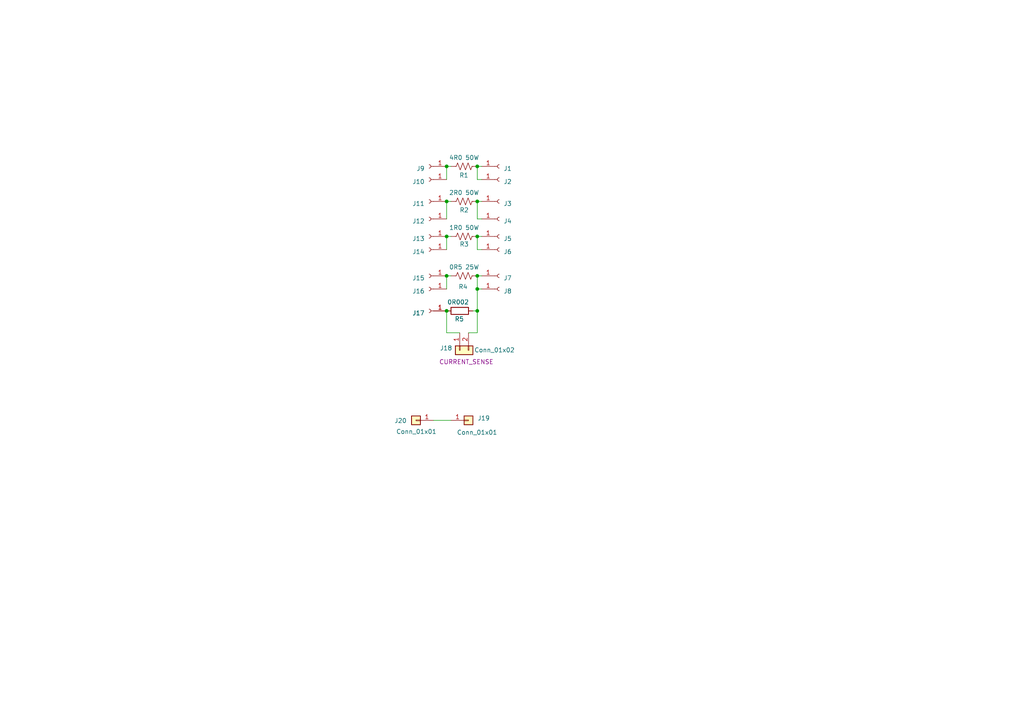
<source format=kicad_sch>
(kicad_sch (version 20230121) (generator eeschema)
  (paper "A4")
  (lib_symbols
    (symbol "Connector:Conn_01x01_Female" (pin_names (offset 1.016) hide)
      (property "Reference" "J" (at 0 2.54 0))
      (property "Value" "Conn_01x01_Female" (at 0 -2.54 0))
      (symbol "Conn_01x01_Female_1_1"
        (polyline (pts (xy -1.27 0) (xy -0.508 0)) (stroke (width 0.1524)))
        (arc (start 0 0.508) (mid -0.5058 0) (end 0 -0.508) (stroke (width 0.1524)))
        (pin passive line (at -5.08 0 0) (length 3.81) (name "Pin_1") (number "1"))
      )
    )
    (symbol "Connector_Generic:Conn_01x01" (pin_names (offset 1.016) hide)
      (property "Reference" "J" (at 0 2.54 0))
      (property "Value" "Conn_01x01" (at 0 -2.54 0))
      (symbol "Conn_01x01_1_1"
        (rectangle (start -1.27 0.127) (end 0 -0.127) (stroke (width 0.1524)))
        (rectangle (start -1.27 1.27) (end 1.27 -1.27) (stroke (width 0.254)) (fill (type background)))
        (pin passive line (at -5.08 0 0) (length 3.81) (name "Pin_1") (number "1"))
      )
    )
    (symbol "Connector_Generic:Conn_01x02" (pin_names (offset 1.016) hide)
      (property "Reference" "J" (at 0 2.54 0))
      (property "Value" "Conn_01x02" (at 0 -5.08 0))
      (symbol "Conn_01x02_1_1"
        (rectangle (start -1.27 -2.413) (end 0 -2.667) (stroke (width 0.1524)))
        (rectangle (start -1.27 0.127) (end 0 -0.127) (stroke (width 0.1524)))
        (rectangle (start -1.27 1.27) (end 1.27 -3.81) (stroke (width 0.254)) (fill (type background)))
        (pin passive line (at -5.08 0 0) (length 3.81) (name "Pin_1") (number "1"))
        (pin passive line (at -5.08 -2.54 0) (length 3.81) (name "Pin_2") (number "2"))
      )
    )
    (symbol "Device:R" (pin_numbers hide) (pin_names (offset 0))
      (property "Reference" "R" (at 2.032 0 90))
      (property "Value" "R" (at 0 0 90))
      (symbol "R_0_1"
        (rectangle (start -1.016 -2.54) (end 1.016 2.54) (stroke (width 0.254)))
      )
      (symbol "R_1_1"
        (pin passive line (at 0 3.81 270) (length 1.27) (name "~") (number "1"))
        (pin passive line (at 0 -3.81 90) (length 1.27) (name "~") (number "2"))
      )
    )
    (symbol "Device:R_US" (pin_numbers hide) (pin_names (offset 0))
      (property "Reference" "R" (at 2.54 0 90))
      (property "Value" "R_US" (at -2.54 0 90))
      (symbol "R_US_0_1"
        (polyline (pts (xy 0 -2.286) (xy 0 -2.54)))
        (polyline (pts (xy 0 2.286) (xy 0 2.54)))
        (polyline (pts (xy 0 -0.762) (xy 1.016 -1.143) (xy 0 -1.524) (xy -1.016 -1.905) (xy 0 -2.286)))
        (polyline (pts (xy 0 0.762) (xy 1.016 0.381) (xy 0 0) (xy -1.016 -0.381) (xy 0 -0.762)))
        (polyline (pts (xy 0 2.286) (xy 1.016 1.905) (xy 0 1.524) (xy -1.016 1.143) (xy 0 0.762)))
      )
      (symbol "R_US_1_1"
        (pin passive line (at 0 3.81 270) (length 1.27) (name "~") (number "1"))
        (pin passive line (at 0 -3.81 90) (length 1.27) (name "~") (number "2"))
      )
    )
  )
  (junction (at 138.43 48.26))
  (junction (at 138.43 80.01))
  (junction (at 138.43 58.42))
  (junction (at 138.43 90.17))
  (junction (at 129.54 90.17))
  (junction (at 129.54 58.42))
  (junction (at 129.54 48.26))
  (junction (at 129.54 80.01))
  (junction (at 138.43 68.58))
  (junction (at 138.43 83.82))
  (junction (at 129.54 68.58))
  (wire (pts (xy 138.43 80.01) (xy 138.43 83.82)))
  (wire (pts (xy 138.43 83.82) (xy 139.7 83.82)))
  (wire (pts (xy 125.73 121.92) (xy 130.81 121.92)))
  (wire (pts (xy 129.54 80.01) (xy 129.54 83.82)))
  (wire (pts (xy 129.54 80.01) (xy 130.81 80.01)))
  (wire (pts (xy 135.89 96.52) (xy 138.43 96.52)))
  (wire (pts (xy 129.54 58.42) (xy 129.54 63.5)))
  (wire (pts (xy 129.54 96.52) (xy 129.54 90.17)))
  (wire (pts (xy 138.43 58.42) (xy 138.43 63.5)))
  (wire (pts (xy 138.43 90.17) (xy 138.43 96.52)))
  (wire (pts (xy 138.43 68.58) (xy 139.7 68.58)))
  (wire (pts (xy 138.43 72.39) (xy 139.7 72.39)))
  (wire (pts (xy 138.43 48.26) (xy 139.7 48.26)))
  (wire (pts (xy 129.54 58.42) (xy 130.81 58.42)))
  (wire (pts (xy 138.43 68.58) (xy 138.43 72.39)))
  (wire (pts (xy 139.7 63.5) (xy 138.43 63.5)))
  (wire (pts (xy 129.54 68.58) (xy 129.54 72.39)))
  (wire (pts (xy 133.35 96.52) (xy 129.54 96.52)))
  (wire (pts (xy 138.43 83.82) (xy 138.43 90.17)))
  (wire (pts (xy 129.54 48.26) (xy 129.54 52.07)))
  (wire (pts (xy 139.7 80.01) (xy 138.43 80.01)))
  (wire (pts (xy 139.7 52.07) (xy 138.43 52.07)))
  (wire (pts (xy 129.54 68.58) (xy 130.81 68.58)))
  (wire (pts (xy 129.54 48.26) (xy 130.81 48.26)))
  (wire (pts (xy 138.43 48.26) (xy 138.43 52.07)))
  (wire (pts (xy 138.43 90.17) (xy 137.16 90.17)))
  (wire (pts (xy 138.43 58.42) (xy 139.7 58.42)))
  (symbol (lib_id "Connector:Conn_01x01_Female") (at 144.78 80.01 0) (unit 1)
    (property "Reference" "J7" (at 146.05 80.645 0) (effects (justify left)))
    (property "Value" "Conn_01x01_Female" (effects hide))
    (property "Footprint" "Connector:Banana_Jack_1Pin" (effects hide))
  )
  (symbol (lib_id "Connector:Conn_01x01_Female") (at 124.46 90.17 0) (mirror y) (unit 1)
    (property "Reference" "J17" (at 123.19 90.805 0) (effects (justify left)))
    (property "Value" "Conn_01x01_Female" (effects hide))
    (property "Footprint" "Connector:Banana_Jack_1Pin" (effects hide))
  )
  (symbol (lib_id "Connector:Conn_01x01_Female") (at 124.46 58.42 0) (mirror y) (unit 1)
    (property "Reference" "J11" (at 123.19 59.055 0) (effects (justify left)))
    (property "Value" "Conn_01x01_Female" (effects hide))
    (property "Footprint" "Connector:Banana_Jack_1Pin" (effects hide))
  )
  (symbol (lib_id "Connector:Conn_01x01_Female") (at 124.46 63.5 0) (mirror y) (unit 1)
    (property "Reference" "J12" (at 123.19 64.135 0) (effects (justify left)))
    (property "Value" "Conn_01x01_Female" (effects hide))
    (property "Footprint" "Connector:Banana_Jack_1Pin" (effects hide))
  )
  (symbol (lib_id "Connector:Conn_01x01_Female") (at 144.78 48.26 0) (unit 1)
    (property "Reference" "J1" (at 146.05 48.895 0) (effects (justify left)))
    (property "Value" "Conn_01x01_Female" (effects hide))
    (property "Footprint" "Connector:Banana_Jack_1Pin" (effects hide))
  )
  (symbol (lib_id "Device:R_US") (at 134.62 58.42 90) (unit 1)
    (property "Reference" "R2" (at 134.6345 60.9325 90))
    (property "Value" "2R0 50W" (at 134.62 55.88 90))
    (property "Footprint" "aaa:R_POWER_50W" (effects hide))
  )
  (symbol (lib_id "Connector:Conn_01x01_Female") (at 124.46 83.82 0) (mirror y) (unit 1)
    (property "Reference" "J16" (at 123.19 84.455 0) (effects (justify left)))
    (property "Value" "Conn_01x01_Female" (effects hide))
    (property "Footprint" "Connector:Banana_Jack_1Pin" (effects hide))
  )
  (symbol (lib_id "Connector:Conn_01x01_Female") (at 124.46 80.01 0) (mirror y) (unit 1)
    (property "Reference" "J15" (at 123.19 80.645 0) (effects (justify left)))
    (property "Value" "Conn_01x01_Female" (effects hide))
    (property "Footprint" "Connector:Banana_Jack_1Pin" (effects hide))
  )
  (symbol (lib_id "Device:R_US") (at 134.62 80.01 90) (unit 1)
    (property "Reference" "R4" (at 134.3129 83.1729 90))
    (property "Value" "0R5 25W" (at 134.62 77.47 90))
    (property "Footprint" "aaa:R_POWER_25W" (effects hide))
  )
  (symbol (lib_id "Connector:Conn_01x01_Female") (at 144.78 68.58 0) (unit 1)
    (property "Reference" "J5" (at 146.05 69.215 0) (effects (justify left)))
    (property "Value" "Conn_01x01_Female" (effects hide))
    (property "Footprint" "Connector:Banana_Jack_1Pin" (effects hide))
  )
  (symbol (lib_id "Connector:Conn_01x01_Female") (at 144.78 72.39 0) (unit 1)
    (property "Reference" "J6" (at 146.05 73.025 0) (effects (justify left)))
    (property "Value" "Conn_01x01_Female" (effects hide))
    (property "Footprint" "Connector:Banana_Jack_1Pin" (effects hide))
  )
  (symbol (lib_id "Connector_Generic:Conn_01x01") (at 120.65 121.92 180) (unit 1)
    (property "Reference" "J20" (at 116.1803 122.0195 0))
    (property "Value" "Conn_01x01" (at 120.7727 125.1805 0))
    (property "Footprint" "Connector_PinHeader_2.54mm:PinHeader_1x01_P2.54mm_Vertical" (effects hide))
  )
  (symbol (lib_id "Connector_Generic:Conn_01x02") (at 133.35 101.6 90) (mirror x) (unit 1)
    (property "Reference" "J18" (at 131.1842 100.965 90) (effects (justify left)))
    (property "Value" "Conn_01x02" (at 149.3191 101.5308 90) (effects (justify left)))
    (property "Footprint" "Connector_PinHeader_2.54mm:PinHeader_1x02_P2.54mm_Vertical" (effects hide))
    (property "Field5" "CURRENT_SENSE" (at 135.2664 104.961 90))
  )
  (symbol (lib_id "Device:R_US") (at 134.62 68.58 90) (unit 1)
    (property "Reference" "R3" (at 134.6408 70.833 90))
    (property "Value" "1R0 50W" (at 134.62 66.0261 90))
    (property "Footprint" "aaa:R_POWER_50W" (effects hide))
  )
  (symbol (lib_id "Connector:Conn_01x01_Female") (at 124.46 52.07 0) (mirror y) (unit 1)
    (property "Reference" "J10" (at 123.19 52.705 0) (effects (justify left)))
    (property "Value" "Conn_01x01_Female" (effects hide))
    (property "Footprint" "Connector:Banana_Jack_1Pin" (effects hide))
  )
  (symbol (lib_id "Connector_Generic:Conn_01x01") (at 135.89 121.92 0) (unit 1)
    (property "Reference" "J19" (at 138.5036 121.285 0) (effects (justify left)))
    (property "Value" "Conn_01x01" (at 132.4955 125.4205 0) (effects (justify left)))
    (property "Footprint" "Connector_PinHeader_2.54mm:PinHeader_1x01_P2.54mm_Vertical" (effects hide))
  )
  (symbol (lib_id "Connector:Conn_01x01_Female") (at 124.46 68.58 0) (mirror y) (unit 1)
    (property "Reference" "J13" (at 123.19 69.215 0) (effects (justify left)))
    (property "Value" "Conn_01x01_Female" (effects hide))
    (property "Footprint" "Connector:Banana_Jack_1Pin" (effects hide))
  )
  (symbol (lib_id "Connector:Conn_01x01_Female") (at 144.78 52.07 0) (unit 1)
    (property "Reference" "J2" (at 146.05 52.705 0) (effects (justify left)))
    (property "Value" "Conn_01x01_Female" (effects hide))
    (property "Footprint" "Connector:Banana_Jack_1Pin" (effects hide))
  )
  (symbol (lib_id "Connector:Conn_01x01_Female") (at 144.78 58.42 0) (unit 1)
    (property "Reference" "J3" (at 146.05 59.055 0) (effects (justify left)))
    (property "Value" "Conn_01x01_Female" (effects hide))
    (property "Footprint" "Connector:Banana_Jack_1Pin" (effects hide))
  )
  (symbol (lib_id "Device:R_US") (at 134.62 48.26 90) (unit 1)
    (property "Reference" "R1" (at 134.5451 50.8395 90))
    (property "Value" "4R0 50W" (at 134.62 45.72 90))
    (property "Footprint" "aaa:R_POWER_50W" (effects hide))
  )
  (symbol (lib_id "Connector:Conn_01x01_Female") (at 124.46 72.39 0) (mirror y) (unit 1)
    (property "Reference" "J14" (at 123.19 73.025 0) (effects (justify left)))
    (property "Value" "Conn_01x01_Female" (effects hide))
    (property "Footprint" "Connector:Banana_Jack_1Pin" (effects hide))
  )
  (symbol (lib_id "Connector:Conn_01x01_Female") (at 144.78 63.5 0) (unit 1)
    (property "Reference" "J4" (at 146.05 64.135 0) (effects (justify left)))
    (property "Value" "Conn_01x01_Female" (effects hide))
    (property "Footprint" "Connector:Banana_Jack_1Pin" (effects hide))
  )
  (symbol (lib_id "Connector:Conn_01x01_Female") (at 144.78 83.82 0) (unit 1)
    (property "Reference" "J8" (at 146.05 84.455 0) (effects (justify left)))
    (property "Value" "Conn_01x01_Female" (effects hide))
    (property "Footprint" "Connector:Banana_Jack_1Pin" (effects hide))
  )
  (symbol (lib_id "Device:R") (at 133.35 90.17 90) (mirror x) (unit 1)
    (property "Reference" "R5" (at 133.2284 92.5301 90))
    (property "Value" "0R002 " (at 133.35 87.63 90))
    (property "Footprint" "Resistor_SMD:R_1206_3216Metric" (effects hide))
  )
  (symbol (lib_id "Connector:Conn_01x01_Female") (at 124.46 48.26 0) (mirror y) (unit 1)
    (property "Reference" "J9" (at 123.19 48.895 0) (effects (justify left)))
    (property "Value" "Conn_01x01_Female" (effects hide))
    (property "Footprint" "Connector:Banana_Jack_1Pin" (effects hide))
  )
)
</source>
